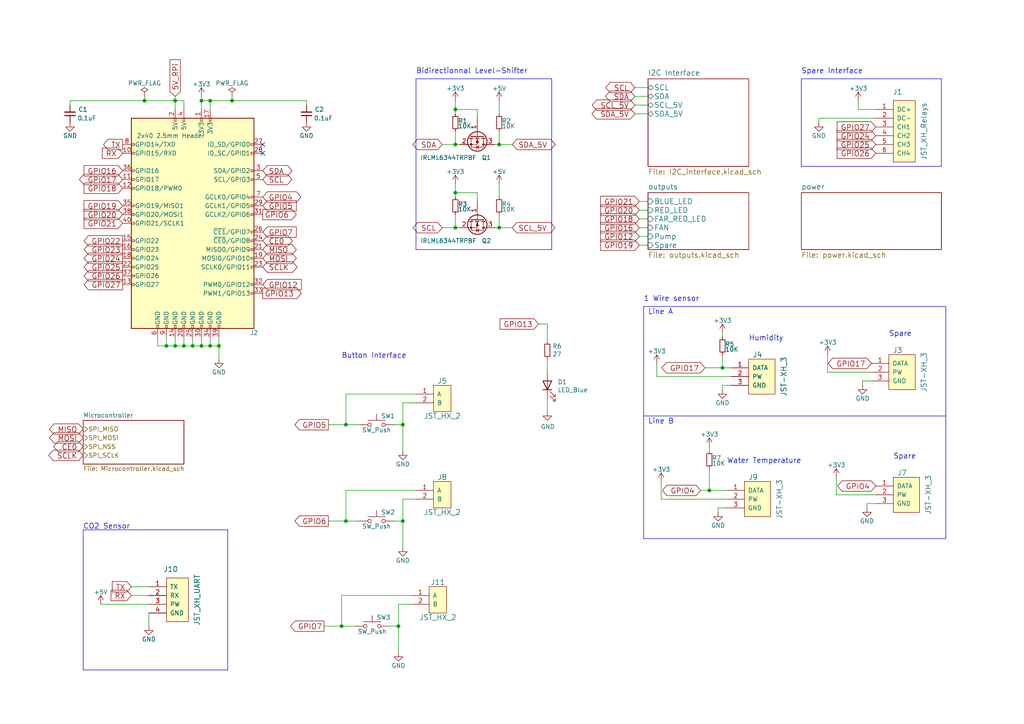
<source format=kicad_sch>
(kicad_sch (version 20230121) (generator eeschema)
  (paper "A4")
  (lib_symbols
    (symbol "Astroplant_VFR-rescue:+3.3V-power" (power) (pin_names (offset 0))
      (property "Value" "+3.3V-power" (at 0 3.556 0))
      (symbol "+3.3V-power_1_1"
        (pin power_in line (at 0 0 90) (length 0) hide (name "+3V3") (number "1"))
      )
    )
    (symbol "Astroplant_VFR-rescue:GND-Astroplant_VFR-rescue-Astroplant_VFR-rescue" (power) (pin_names (offset 0))
      (property "Value" "GND-Astroplant_VFR-rescue-Astroplant_VFR-rescue" (at 0 -3.81 0))
      (symbol "GND-Astroplant_VFR-rescue-Astroplant_VFR-rescue_1_1"
        (pin power_in line (at 0 0 270) (length 0) hide (name "GND") (number "1"))
      )
    )
    (symbol "Astroplant_VFR-rescue:IRLML6344-AstroPlant" (pin_names (offset 0) hide)
      (property "Reference" "Q" (at 5.08 1.27 0))
      (property "Value" "AstroPlant:IRLML6344" (at 5.08 -1.27 0))
      (symbol "IRLML6344-AstroPlant_1_1"
        (pin input line (at -5.08 0 0) (length 5.08) (name "G") (number "1"))
        (pin passive line (at 2.54 -5.08 90) (length 2.54) (name "S") (number "2"))
        (pin passive line (at 2.54 5.08 270) (length 2.54) (name "D") (number "3"))
      )
    )
    (symbol "Astroplant_VFR-rescue:JST-XH_3-JST_connector" (pin_names (offset 1.016))
      (property "Reference" "J" (at -5.08 6.35 0))
      (property "Value" "JST_connector:JST-XH_3" (at 2.54 0 90))
      (symbol "JST-XH_3-JST_connector_1_1"
        (pin bidirectional line (at -12.7 2.54 0) (length 5.08) (name "DATA") (number "1"))
        (pin input line (at -12.7 0 0) (length 5.08) (name "PW") (number "2"))
        (pin input line (at -12.7 -2.54 0) (length 5.08) (name "GND") (number "3"))
      )
    )
    (symbol "Astroplant_VFR-rescue:JST_HX_2-JST_connector" (pin_names (offset 1.016))
      (property "Reference" "J" (at 0 6.35 0))
      (property "Value" "JST_connector:JST_HX_2" (at 0 -3.81 0))
      (symbol "JST_HX_2-JST_connector_1_1"
        (pin passive line (at -7.62 2.54 0) (length 5.08) (name "A") (number "1"))
        (pin passive line (at -7.62 0 0) (length 5.08) (name "B") (number "2"))
      )
    )
    (symbol "Astroplant_VFR-rescue:JST_XH_Relays-JST_connector" (pin_names (offset 1.016))
      (property "Reference" "J" (at -2.54 11.43 0))
      (property "Value" "JST_connector:JST_XH_Relays" (at 5.08 0 90))
      (symbol "JST_XH_Relays-JST_connector_1_1"
        (pin power_in line (at -8.89 6.35 0) (length 5.08) (name "DC+") (number "1"))
        (pin power_in line (at -8.89 3.81 0) (length 5.08) (name "DC-") (number "2"))
        (pin input line (at -8.89 1.27 0) (length 5.08) (name "CH1") (number "3"))
        (pin input line (at -8.89 -1.27 0) (length 5.08) (name "CH2") (number "4"))
        (pin input line (at -8.89 -3.81 0) (length 5.08) (name "CH3") (number "5"))
        (pin input line (at -8.89 -6.35 0) (length 5.08) (name "CH4") (number "6"))
      )
    )
    (symbol "Astroplant_VFR-rescue:JST_XH_UART-JST_connector" (pin_names (offset 1.016))
      (property "Reference" "J" (at -2.54 10.16 0))
      (property "Value" "JST_connector:JST_XH_UART" (at 5.08 1.27 90))
      (symbol "JST_XH_UART-JST_connector_1_1"
        (pin input line (at -8.89 5.08 0) (length 5.08) (name "TX") (number "1"))
        (pin input line (at -8.89 2.54 0) (length 5.08) (name "RX") (number "2"))
        (pin input line (at -8.89 0 0) (length 5.08) (name "PW") (number "3"))
        (pin input line (at -8.89 -2.54 0) (length 5.08) (name "GND") (number "4"))
      )
    )
    (symbol "Astroplant_VFR-rescue:SW_Push-Astroplant_VFR-rescue-Astroplant_VFR-rescue" (pin_numbers hide) (pin_names (offset 1.016) hide)
      (property "Reference" "SW" (at 1.27 2.54 0))
      (property "Value" "Astroplant_VFR-rescue:SW_Push-Astroplant_VFR-rescue" (at 0 -1.524 0))
      (symbol "SW_Push-Astroplant_VFR-rescue-Astroplant_VFR-rescue_0_1"
        (pin passive line (at -5.08 0 0) (length 2.54) (name "1") (number "1"))
        (pin passive line (at 5.08 0 180) (length 2.54) (name "2") (number "2"))
      )
    )
    (symbol "Connector:Raspberry_Pi_2_3" (pin_names (offset 1.016))
      (property "Reference" "J" (at -17.78 31.75 0))
      (property "Value" "Raspberry_Pi_2_3" (at 10.16 -31.75 0))
      (symbol "Raspberry_Pi_2_3_1_1"
        (pin power_in line (at 2.54 33.02 270) (length 2.54) (name "3V3") (number "1"))
        (pin bidirectional line (at -20.32 20.32 0) (length 2.54) (name "GPIO15/RXD") (number "10"))
        (pin bidirectional line (at -20.32 12.7 0) (length 2.54) (name "GPIO17") (number "11"))
        (pin bidirectional line (at -20.32 10.16 0) (length 2.54) (name "GPIO18/PWM0") (number "12"))
        (pin bidirectional line (at -20.32 -17.78 0) (length 2.54) (name "GPIO27") (number "13"))
        (pin power_in line (at -5.08 -33.02 90) (length 2.54) (name "GND") (number "14"))
        (pin bidirectional line (at -20.32 -5.08 0) (length 2.54) (name "GPIO22") (number "15"))
        (pin bidirectional line (at -20.32 -7.62 0) (length 2.54) (name "GPIO23") (number "16"))
        (pin power_in line (at 5.08 33.02 270) (length 2.54) (name "3V3") (number "17"))
        (pin bidirectional line (at -20.32 -10.16 0) (length 2.54) (name "GPIO24") (number "18"))
        (pin bidirectional line (at 20.32 -10.16 180) (length 2.54) (name "MOSI0/GPIO10") (number "19"))
        (pin power_in line (at -5.08 33.02 270) (length 2.54) (name "5V") (number "2"))
        (pin power_in line (at -2.54 -33.02 90) (length 2.54) (name "GND") (number "20"))
        (pin bidirectional line (at 20.32 -7.62 180) (length 2.54) (name "MISO0/GPIO9") (number "21"))
        (pin bidirectional line (at -20.32 -12.7 0) (length 2.54) (name "GPIO25") (number "22"))
        (pin bidirectional line (at 20.32 -12.7 180) (length 2.54) (name "SCLK0/GPIO11") (number "23"))
        (pin bidirectional line (at 20.32 -5.08 180) (length 2.54) (name "~{CE0}/GPIO8") (number "24"))
        (pin power_in line (at 0 -33.02 90) (length 2.54) (name "GND") (number "25"))
        (pin bidirectional line (at 20.32 -2.54 180) (length 2.54) (name "~{CE1}/GPIO7") (number "26"))
        (pin bidirectional line (at 20.32 22.86 180) (length 2.54) (name "ID_SD/GPIO0") (number "27"))
        (pin bidirectional line (at 20.32 20.32 180) (length 2.54) (name "ID_SC/GPIO1") (number "28"))
        (pin bidirectional line (at 20.32 5.08 180) (length 2.54) (name "GCLK1/GPIO5") (number "29"))
        (pin bidirectional line (at 20.32 15.24 180) (length 2.54) (name "SDA/GPIO2") (number "3"))
        (pin power_in line (at 2.54 -33.02 90) (length 2.54) (name "GND") (number "30"))
        (pin bidirectional line (at 20.32 2.54 180) (length 2.54) (name "GCLK2/GPIO6") (number "31"))
        (pin bidirectional line (at 20.32 -17.78 180) (length 2.54) (name "PWM0/GPIO12") (number "32"))
        (pin bidirectional line (at 20.32 -20.32 180) (length 2.54) (name "PWM1/GPIO13") (number "33"))
        (pin power_in line (at 5.08 -33.02 90) (length 2.54) (name "GND") (number "34"))
        (pin bidirectional line (at -20.32 5.08 0) (length 2.54) (name "GPIO19/MISO1") (number "35"))
        (pin bidirectional line (at -20.32 15.24 0) (length 2.54) (name "GPIO16") (number "36"))
        (pin bidirectional line (at -20.32 -15.24 0) (length 2.54) (name "GPIO26") (number "37"))
        (pin bidirectional line (at -20.32 2.54 0) (length 2.54) (name "GPIO20/MOSI1") (number "38"))
        (pin power_in line (at 7.62 -33.02 90) (length 2.54) (name "GND") (number "39"))
        (pin power_in line (at -2.54 33.02 270) (length 2.54) (name "5V") (number "4"))
        (pin bidirectional line (at -20.32 0 0) (length 2.54) (name "GPIO21/SCLK1") (number "40"))
        (pin bidirectional line (at 20.32 12.7 180) (length 2.54) (name "SCL/GPIO3") (number "5"))
        (pin power_in line (at -10.16 -33.02 90) (length 2.54) (name "GND") (number "6"))
        (pin bidirectional line (at 20.32 7.62 180) (length 2.54) (name "GCLK0/GPIO4") (number "7"))
        (pin bidirectional line (at -20.32 22.86 0) (length 2.54) (name "GPIO14/TXD") (number "8"))
        (pin power_in line (at -7.62 -33.02 90) (length 2.54) (name "GND") (number "9"))
      )
    )
    (symbol "Device:C_Small" (pin_numbers hide) (pin_names (offset 0.254) hide)
      (property "Reference" "C" (at 0.254 1.778 0))
      (property "Value" "C_Small" (at 0.254 -2.032 0))
      (symbol "C_Small_1_1"
        (pin passive line (at 0 2.54 270) (length 2.032) (name "~") (number "1"))
        (pin passive line (at 0 -2.54 90) (length 2.032) (name "~") (number "2"))
      )
    )
    (symbol "Device:LED" (pin_numbers hide) (pin_names (offset 1.016) hide)
      (property "Reference" "D" (at 0 2.54 0))
      (property "Value" "LED" (at 0 -2.54 0))
      (symbol "LED_1_1"
        (pin passive line (at -3.81 0 0) (length 2.54) (name "K") (number "1"))
        (pin passive line (at 3.81 0 180) (length 2.54) (name "A") (number "2"))
      )
    )
    (symbol "Device:R_Small" (pin_numbers hide) (pin_names (offset 0.254) hide)
      (property "Reference" "R" (at 0.762 0.508 0))
      (property "Value" "R_Small" (at 0.762 -1.016 0))
      (symbol "R_Small_1_1"
        (pin passive line (at 0 2.54 270) (length 0.762) (name "~") (number "1"))
        (pin passive line (at 0 -2.54 90) (length 0.762) (name "~") (number "2"))
      )
    )
    (symbol "power:+5V" (power) (pin_names (offset 0))
      (property "Value" "+5V" (at 0 3.556 0))
      (symbol "+5V_1_1"
        (pin power_in line (at 0 0 90) (length 0) hide (name "+5V") (number "1"))
      )
    )
    (symbol "power:GND" (power) (pin_names (offset 0))
      (property "Value" "GND" (at 0 -3.81 0))
      (symbol "GND_1_1"
        (pin power_in line (at 0 0 270) (length 0) hide (name "GND") (number "1"))
      )
    )
    (symbol "power:PWR_FLAG" (power) (pin_numbers hide) (pin_names (offset 0) hide)
      (property "Value" "PWR_FLAG" (at 0 3.81 0))
      (symbol "PWR_FLAG_0_0"
        (pin power_out line (at 0 0 90) (length 0) (name "pwr") (number "1"))
      )
    )
  )
  (junction (at 48.26 100.33))
  (junction (at 60.96 29.21))
  (junction (at 100.33 151.13))
  (junction (at 116.84 123.19))
  (junction (at 132.08 55.88))
  (junction (at 53.34 100.33))
  (junction (at 205.74 142.24))
  (junction (at 60.96 100.33))
  (junction (at 99.06 181.61))
  (junction (at 58.42 100.33))
  (junction (at 144.78 66.04))
  (junction (at 144.78 41.91))
  (junction (at 63.5 100.33))
  (junction (at 209.55 106.68))
  (junction (at 58.42 29.21))
  (junction (at 41.91 29.21))
  (junction (at 50.8 29.21))
  (junction (at 115.57 181.61))
  (junction (at 50.8 100.33))
  (junction (at 55.88 100.33))
  (junction (at 132.08 41.91))
  (junction (at 132.08 31.75))
  (junction (at 100.33 123.19))
  (junction (at 116.84 151.13))
  (junction (at 67.31 29.21))
  (junction (at 132.08 66.04))
  (no_connect (at 76.2 44.45))
  (no_connect (at 76.2 41.91))
  (wire (pts (xy 114.3 123.19) (xy 116.84 123.19)))
  (wire (pts (xy 63.5 97.79) (xy 63.5 100.33)))
  (wire (pts (xy 50.8 29.21) (xy 50.8 31.75)))
  (wire (pts (xy 116.84 123.19) (xy 116.84 130.81)))
  (wire (pts (xy 132.08 29.21) (xy 132.08 31.75)))
  (wire (pts (xy 119.38 175.26) (xy 115.57 175.26)))
  (wire (pts (xy 58.42 100.33) (xy 58.42 97.79)))
  (wire (pts (xy 128.27 66.04) (xy 132.08 66.04)))
  (wire (pts (xy 100.33 142.24) (xy 100.33 151.13)))
  (wire (pts (xy 100.33 114.3) (xy 100.33 123.19)))
  (wire (pts (xy 204.47 106.68) (xy 209.55 106.68)))
  (wire (pts (xy 43.18 177.8) (xy 43.18 181.61)))
  (wire (pts (xy 50.8 100.33) (xy 53.34 100.33)))
  (wire (pts (xy 41.91 29.21) (xy 20.32 29.21)))
  (wire (pts (xy 132.08 41.91) (xy 133.35 41.91)))
  (wire (pts (xy 184.15 27.94) (xy 187.96 27.94)))
  (wire (pts (xy 209.55 106.68) (xy 212.09 106.68)))
  (wire (pts (xy 144.78 41.91) (xy 144.78 38.1)))
  (wire (pts (xy 132.08 66.04) (xy 133.35 66.04)))
  (wire (pts (xy 113.03 181.61) (xy 115.57 181.61)))
  (wire (pts (xy 184.15 25.4) (xy 187.96 25.4)))
  (polyline (pts (xy 24.13 194.31) (xy 24.13 153.67)))
  (wire (pts (xy 209.55 102.87) (xy 209.55 106.68)))
  (wire (pts (xy 116.84 116.84) (xy 116.84 123.19)))
  (wire (pts (xy 158.75 93.98) (xy 158.75 99.06)))
  (polyline (pts (xy 66.04 153.67) (xy 66.04 194.31)))
  (wire (pts (xy 115.57 181.61) (xy 115.57 189.23)))
  (wire (pts (xy 212.09 111.76) (xy 209.55 111.76)))
  (wire (pts (xy 132.08 38.1) (xy 132.08 41.91)))
  (polyline (pts (xy 186.69 156.21) (xy 274.32 156.21)))
  (wire (pts (xy 158.75 104.14) (xy 158.75 107.95)))
  (wire (pts (xy 132.08 53.34) (xy 132.08 55.88)))
  (wire (pts (xy 41.91 29.21) (xy 41.91 27.94)))
  (wire (pts (xy 95.25 123.19) (xy 100.33 123.19)))
  (wire (pts (xy 60.96 100.33) (xy 63.5 100.33)))
  (wire (pts (xy 251.46 146.05) (xy 251.46 147.32)))
  (wire (pts (xy 210.82 147.32) (xy 208.28 147.32)))
  (polyline (pts (xy 24.13 153.67) (xy 66.04 153.67)))
  (wire (pts (xy 191.77 144.78) (xy 191.77 139.7)))
  (wire (pts (xy 116.84 151.13) (xy 116.84 158.75)))
  (wire (pts (xy 132.08 55.88) (xy 132.08 57.15)))
  (wire (pts (xy 53.34 100.33) (xy 55.88 100.33)))
  (polyline (pts (xy 273.05 22.86) (xy 273.05 48.26)))
  (wire (pts (xy 60.96 31.75) (xy 60.96 29.21)))
  (wire (pts (xy 58.42 27.94) (xy 58.42 29.21)))
  (wire (pts (xy 205.74 142.24) (xy 210.82 142.24)))
  (wire (pts (xy 254 31.75) (xy 248.92 31.75)))
  (wire (pts (xy 45.72 100.33) (xy 48.26 100.33)))
  (wire (pts (xy 138.43 31.75) (xy 138.43 34.29)))
  (wire (pts (xy 67.31 29.21) (xy 67.31 27.94)))
  (wire (pts (xy 242.57 143.51) (xy 242.57 138.43)))
  (wire (pts (xy 50.8 27.94) (xy 50.8 29.21)))
  (wire (pts (xy 132.08 31.75) (xy 132.08 33.02)))
  (wire (pts (xy 93.98 181.61) (xy 99.06 181.61)))
  (wire (pts (xy 203.2 142.24) (xy 205.74 142.24)))
  (wire (pts (xy 100.33 123.19) (xy 104.14 123.19)))
  (wire (pts (xy 29.21 175.26) (xy 43.18 175.26)))
  (wire (pts (xy 144.78 66.04) (xy 148.59 66.04)))
  (wire (pts (xy 58.42 29.21) (xy 58.42 31.75)))
  (polyline (pts (xy 160.02 22.86) (xy 160.02 72.39)))
  (wire (pts (xy 48.26 100.33) (xy 50.8 100.33)))
  (wire (pts (xy 95.25 151.13) (xy 100.33 151.13)))
  (wire (pts (xy 120.65 116.84) (xy 116.84 116.84)))
  (wire (pts (xy 48.26 100.33) (xy 48.26 97.79)))
  (wire (pts (xy 205.74 135.89) (xy 205.74 142.24)))
  (wire (pts (xy 53.34 29.21) (xy 53.34 31.75)))
  (wire (pts (xy 100.33 151.13) (xy 104.14 151.13)))
  (wire (pts (xy 20.32 29.21) (xy 20.32 30.48)))
  (wire (pts (xy 138.43 55.88) (xy 138.43 58.42)))
  (wire (pts (xy 132.08 31.75) (xy 138.43 31.75)))
  (wire (pts (xy 132.08 62.23) (xy 132.08 66.04)))
  (wire (pts (xy 60.96 29.21) (xy 67.31 29.21)))
  (wire (pts (xy 237.49 35.56) (xy 237.49 34.29)))
  (polyline (pts (xy 66.04 194.31) (xy 24.13 194.31)))
  (wire (pts (xy 115.57 175.26) (xy 115.57 181.61)))
  (wire (pts (xy 119.38 172.72) (xy 99.06 172.72)))
  (wire (pts (xy 156.21 93.98) (xy 158.75 93.98)))
  (wire (pts (xy 58.42 29.21) (xy 60.96 29.21)))
  (wire (pts (xy 38.1 172.72) (xy 43.18 172.72)))
  (wire (pts (xy 58.42 100.33) (xy 60.96 100.33)))
  (wire (pts (xy 120.65 142.24) (xy 100.33 142.24)))
  (wire (pts (xy 50.8 100.33) (xy 50.8 97.79)))
  (wire (pts (xy 208.28 147.32) (xy 208.28 148.59)))
  (wire (pts (xy 41.91 29.21) (xy 50.8 29.21)))
  (wire (pts (xy 128.27 41.91) (xy 132.08 41.91)))
  (wire (pts (xy 209.55 96.52) (xy 209.55 97.79)))
  (polyline (pts (xy 274.32 156.21) (xy 274.32 88.9)))
  (wire (pts (xy 252.73 110.49) (xy 250.19 110.49)))
  (wire (pts (xy 99.06 181.61) (xy 102.87 181.61)))
  (wire (pts (xy 132.08 55.88) (xy 138.43 55.88)))
  (wire (pts (xy 185.42 68.58) (xy 187.96 68.58)))
  (polyline (pts (xy 160.02 72.39) (xy 120.65 72.39)))
  (wire (pts (xy 184.15 30.48) (xy 187.96 30.48)))
  (wire (pts (xy 212.09 109.22) (xy 190.5 109.22)))
  (wire (pts (xy 237.49 34.29) (xy 254 34.29)))
  (wire (pts (xy 185.42 58.42) (xy 187.96 58.42)))
  (wire (pts (xy 184.15 33.02) (xy 187.96 33.02)))
  (wire (pts (xy 53.34 100.33) (xy 53.34 97.79)))
  (wire (pts (xy 248.92 31.75) (xy 248.92 29.21)))
  (polyline (pts (xy 273.05 48.26) (xy 232.41 48.26)))
  (wire (pts (xy 63.5 100.33) (xy 63.5 104.14)))
  (wire (pts (xy 144.78 41.91) (xy 148.59 41.91)))
  (wire (pts (xy 185.42 71.12) (xy 187.96 71.12)))
  (polyline (pts (xy 186.69 120.65) (xy 274.32 120.65)))
  (wire (pts (xy 158.75 115.57) (xy 158.75 119.38)))
  (polyline (pts (xy 232.41 22.86) (xy 273.05 22.86)))
  (wire (pts (xy 205.74 130.81) (xy 205.74 129.54)))
  (wire (pts (xy 55.88 100.33) (xy 55.88 97.79)))
  (wire (pts (xy 144.78 53.34) (xy 144.78 57.15)))
  (polyline (pts (xy 120.65 72.39) (xy 120.65 22.86)))
  (wire (pts (xy 185.42 60.96) (xy 187.96 60.96)))
  (wire (pts (xy 45.72 100.33) (xy 45.72 97.79)))
  (wire (pts (xy 250.19 110.49) (xy 250.19 111.76)))
  (wire (pts (xy 240.03 107.95) (xy 240.03 102.87)))
  (wire (pts (xy 144.78 66.04) (xy 144.78 62.23)))
  (wire (pts (xy 143.51 66.04) (xy 144.78 66.04)))
  (wire (pts (xy 67.31 29.21) (xy 88.9 29.21)))
  (wire (pts (xy 50.8 29.21) (xy 53.34 29.21)))
  (wire (pts (xy 120.65 144.78) (xy 116.84 144.78)))
  (polyline (pts (xy 274.32 88.9) (xy 186.69 88.9)))
  (wire (pts (xy 190.5 109.22) (xy 190.5 105.41)))
  (wire (pts (xy 143.51 41.91) (xy 144.78 41.91)))
  (wire (pts (xy 210.82 144.78) (xy 191.77 144.78)))
  (polyline (pts (xy 232.41 48.26) (xy 232.41 22.86)))
  (wire (pts (xy 88.9 29.21) (xy 88.9 30.48)))
  (wire (pts (xy 60.96 100.33) (xy 60.96 97.79)))
  (wire (pts (xy 116.84 144.78) (xy 116.84 151.13)))
  (wire (pts (xy 252.73 107.95) (xy 240.03 107.95)))
  (wire (pts (xy 185.42 63.5) (xy 187.96 63.5)))
  (wire (pts (xy 38.1 170.18) (xy 43.18 170.18)))
  (wire (pts (xy 185.42 66.04) (xy 187.96 66.04)))
  (wire (pts (xy 99.06 172.72) (xy 99.06 181.61)))
  (wire (pts (xy 120.65 114.3) (xy 100.33 114.3)))
  (wire (pts (xy 55.88 100.33) (xy 58.42 100.33)))
  (wire (pts (xy 114.3 151.13) (xy 116.84 151.13)))
  (wire (pts (xy 254 146.05) (xy 251.46 146.05)))
  (wire (pts (xy 254 143.51) (xy 242.57 143.51)))
  (polyline (pts (xy 120.65 22.86) (xy 160.02 22.86)))
  (polyline (pts (xy 186.69 88.9) (xy 186.69 156.21)))
  (wire (pts (xy 209.55 111.76) (xy 209.55 113.03)))
  (wire (pts (xy 144.78 29.21) (xy 144.78 33.02)))
  (text "Button Interface" (at 99.06 104.14 0) (effects (font (size 1.524 1.524)) (justify left bottom)))
  (text "Bidirectionnal Level-Shifter" (at 120.65 21.59 0) (effects (font (size 1.524 1.524)) (justify left bottom)))
  (text "Humidity" (at 217.17 99.06 0) (effects (font (size 1.524 1.524)) (justify left bottom)))
  (text "1 Wire sensor" (at 186.69 87.63 0) (effects (font (size 1.524 1.524)) (justify left bottom)))
  (text "Spare Interface" (at 232.41 21.59 0) (effects (font (size 1.524 1.524)) (justify left bottom)))
  (text "Line B" (at 187.96 123.19 0) (effects (font (size 1.524 1.524)) (justify left bottom)))
  (text "CO2 Sensor" (at 24.13 153.67 0) (effects (font (size 1.524 1.524)) (justify left bottom)))
  (text "Water Temperature" (at 210.82 134.62 0) (effects (font (size 1.524 1.524)) (justify left bottom)))
  (text "Spare" (at 257.81 97.79 0) (effects (font (size 1.524 1.524)) (justify left bottom)))
  (text "Spare" (at 259.08 133.35 0) (effects (font (size 1.524 1.524)) (justify left bottom)))
  (text "Line A" (at 187.96 91.44 0) (effects (font (size 1.524 1.524)) (justify left bottom)))
  (global_label "GPIO23" (shape output) (at 35.56 72.39 180) (effects (font (size 1.524 1.524))) (property "Intersheetrefs" "${INTERSHEET_REFS}" (effects hide)))
  (global_label "5V_RPi" (shape input) (at 50.8 27.94 90) (effects (font (size 1.524 1.524))) (property "Intersheetrefs" "${INTERSHEET_REFS}" (effects hide)))
  (global_label "GPIO26" (shape input) (at 254 44.45 180) (effects (font (size 1.524 1.524))) (property "Intersheetrefs" "${INTERSHEET_REFS}" (effects hide)))
  (global_label "SCL_5V" (shape bidirectional) (at 184.15 30.48 180) (effects (font (size 1.524 1.524))) (property "Intersheetrefs" "${INTERSHEET_REFS}" (effects hide)))
  (global_label "SDA_5V" (shape bidirectional) (at 184.15 33.02 180) (effects (font (size 1.524 1.524))) (property "Intersheetrefs" "${INTERSHEET_REFS}" (effects hide)))
  (global_label "GPIO17" (shape bidirectional) (at 252.73 105.41 180) (effects (font (size 1.524 1.524))) (property "Intersheetrefs" "${INTERSHEET_REFS}" (effects hide)))
  (global_label "GPIO13" (shape input) (at 156.21 93.98 180) (effects (font (size 1.524 1.524))) (property "Intersheetrefs" "${INTERSHEET_REFS}" (effects hide)))
  (global_label "GPIO20" (shape input) (at 35.56 62.23 180) (effects (font (size 1.524 1.524))) (property "Intersheetrefs" "${INTERSHEET_REFS}" (effects hide)))
  (global_label "GPIO4" (shape bidirectional) (at 203.2 142.24 180) (effects (font (size 1.524 1.524))) (property "Intersheetrefs" "${INTERSHEET_REFS}" (effects hide)))
  (global_label "SDA" (shape bidirectional) (at 76.2 49.53 0) (effects (font (size 1.524 1.524))) (property "Intersheetrefs" "${INTERSHEET_REFS}" (effects hide)))
  (global_label "RX" (shape input) (at 38.1 172.72 180) (effects (font (size 1.524 1.524))) (property "Intersheetrefs" "${INTERSHEET_REFS}" (effects hide)))
  (global_label "GPIO17" (shape bidirectional) (at 204.47 106.68 180) (effects (font (size 1.524 1.524))) (property "Intersheetrefs" "${INTERSHEET_REFS}" (effects hide)))
  (global_label "GPIO26" (shape output) (at 35.56 80.01 180) (effects (font (size 1.524 1.524))) (property "Intersheetrefs" "${INTERSHEET_REFS}" (effects hide)))
  (global_label "GPIO5" (shape output) (at 95.25 123.19 180) (effects (font (size 1.524 1.524))) (property "Intersheetrefs" "${INTERSHEET_REFS}" (effects hide)))
  (global_label "TX" (shape input) (at 38.1 170.18 180) (effects (font (size 1.524 1.524))) (property "Intersheetrefs" "${INTERSHEET_REFS}" (effects hide)))
  (global_label "GPIO25" (shape input) (at 254 41.91 180) (effects (font (size 1.524 1.524))) (property "Intersheetrefs" "${INTERSHEET_REFS}" (effects hide)))
  (global_label "GPIO21" (shape input) (at 185.42 58.42 180) (effects (font (size 1.524 1.524))) (property "Intersheetrefs" "${INTERSHEET_REFS}" (effects hide)))
  (global_label "SCL_5V" (shape bidirectional) (at 148.59 66.04 0) (effects (font (size 1.524 1.524))) (property "Intersheetrefs" "${INTERSHEET_REFS}" (effects hide)))
  (global_label "GPIO16" (shape input) (at 185.42 66.04 180) (effects (font (size 1.524 1.524))) (property "Intersheetrefs" "${INTERSHEET_REFS}" (effects hide)))
  (global_label "GPIO6" (shape output) (at 95.25 151.13 180) (effects (font (size 1.524 1.524))) (property "Intersheetrefs" "${INTERSHEET_REFS}" (effects hide)))
  (global_label "MISO" (shape bidirectional) (at 76.2 72.39 0) (effects (font (size 1.524 1.524))) (property "Intersheetrefs" "${INTERSHEET_REFS}" (effects hide)))
  (global_label "GPIO27" (shape input) (at 254 36.83 180) (effects (font (size 1.524 1.524))) (property "Intersheetrefs" "${INTERSHEET_REFS}" (effects hide)))
  (global_label "SCL" (shape bidirectional) (at 76.2 52.07 0) (effects (font (size 1.524 1.524))) (property "Intersheetrefs" "${INTERSHEET_REFS}" (effects hide)))
  (global_label "GPIO24" (shape input) (at 254 39.37 180) (effects (font (size 1.524 1.524))) (property "Intersheetrefs" "${INTERSHEET_REFS}" (effects hide)))
  (global_label "GPIO19" (shape input) (at 35.56 59.69 180) (effects (font (size 1.524 1.524))) (property "Intersheetrefs" "${INTERSHEET_REFS}" (effects hide)))
  (global_label "GPIO12" (shape input) (at 185.42 68.58 180) (effects (font (size 1.524 1.524))) (property "Intersheetrefs" "${INTERSHEET_REFS}" (effects hide)))
  (global_label "CE0" (shape bidirectional) (at 24.13 129.54 180) (effects (font (size 1.524 1.524))) (property "Intersheetrefs" "${INTERSHEET_REFS}" (effects hide)))
  (global_label "TX" (shape output) (at 35.56 41.91 180) (effects (font (size 1.524 1.524))) (property "Intersheetrefs" "${INTERSHEET_REFS}" (effects hide)))
  (global_label "GPIO13" (shape output) (at 76.2 85.09 0) (effects (font (size 1.524 1.524))) (property "Intersheetrefs" "${INTERSHEET_REFS}" (effects hide)))
  (global_label "GPIO17" (shape bidirectional) (at 35.56 52.07 180) (effects (font (size 1.524 1.524))) (property "Intersheetrefs" "${INTERSHEET_REFS}" (effects hide)))
  (global_label "GPIO7" (shape output) (at 93.98 181.61 180) (effects (font (size 1.524 1.524))) (property "Intersheetrefs" "${INTERSHEET_REFS}" (effects hide)))
  (global_label "GPIO12" (shape input) (at 76.2 82.55 0) (effects (font (size 1.524 1.524))) (property "Intersheetrefs" "${INTERSHEET_REFS}" (effects hide)))
  (global_label "CE0" (shape bidirectional) (at 76.2 69.85 0) (effects (font (size 1.524 1.524))) (property "Intersheetrefs" "${INTERSHEET_REFS}" (effects hide)))
  (global_label "GPIO25" (shape output) (at 35.56 77.47 180) (effects (font (size 1.524 1.524))) (property "Intersheetrefs" "${INTERSHEET_REFS}" (effects hide)))
  (global_label "GPIO21" (shape input) (at 35.56 64.77 180) (effects (font (size 1.524 1.524))) (property "Intersheetrefs" "${INTERSHEET_REFS}" (effects hide)))
  (global_label "MOSI" (shape bidirectional) (at 24.13 127 180) (effects (font (size 1.524 1.524))) (property "Intersheetrefs" "${INTERSHEET_REFS}" (effects hide)))
  (global_label "GPIO24" (shape output) (at 35.56 74.93 180) (effects (font (size 1.524 1.524))) (property "Intersheetrefs" "${INTERSHEET_REFS}" (effects hide)))
  (global_label "SCL" (shape bidirectional) (at 128.27 66.04 180) (effects (font (size 1.524 1.524))) (property "Intersheetrefs" "${INTERSHEET_REFS}" (effects hide)))
  (global_label "SDA" (shape bidirectional) (at 184.15 27.94 180) (effects (font (size 1.524 1.524))) (property "Intersheetrefs" "${INTERSHEET_REFS}" (effects hide)))
  (global_label "GPIO7" (shape input) (at 76.2 67.31 0) (effects (font (size 1.524 1.524))) (property "Intersheetrefs" "${INTERSHEET_REFS}" (effects hide)))
  (global_label "RX" (shape input) (at 35.56 44.45 180) (effects (font (size 1.524 1.524))) (property "Intersheetrefs" "${INTERSHEET_REFS}" (effects hide)))
  (global_label "SCLK" (shape bidirectional) (at 76.2 77.47 0) (effects (font (size 1.524 1.524))) (property "Intersheetrefs" "${INTERSHEET_REFS}" (effects hide)))
  (global_label "GPIO16" (shape input) (at 35.56 49.53 180) (effects (font (size 1.524 1.524))) (property "Intersheetrefs" "${INTERSHEET_REFS}" (effects hide)))
  (global_label "SDA_5V" (shape bidirectional) (at 148.59 41.91 0) (effects (font (size 1.524 1.524))) (property "Intersheetrefs" "${INTERSHEET_REFS}" (effects hide)))
  (global_label "GPIO27" (shape output) (at 35.56 82.55 180) (effects (font (size 1.524 1.524))) (property "Intersheetrefs" "${INTERSHEET_REFS}" (effects hide)))
  (global_label "GPIO6" (shape output) (at 76.2 62.23 0) (effects (font (size 1.524 1.524))) (property "Intersheetrefs" "${INTERSHEET_REFS}" (effects hide)))
  (global_label "GPIO18" (shape input) (at 35.56 54.61 180) (effects (font (size 1.524 1.524))) (property "Intersheetrefs" "${INTERSHEET_REFS}" (effects hide)))
  (global_label "GPIO5" (shape input) (at 76.2 59.69 0) (effects (font (size 1.524 1.524))) (property "Intersheetrefs" "${INTERSHEET_REFS}" (effects hide)))
  (global_label "MISO" (shape bidirectional) (at 24.13 124.46 180) (effects (font (size 1.524 1.524))) (property "Intersheetrefs" "${INTERSHEET_REFS}" (effects hide)))
  (global_label "SCL" (shape bidirectional) (at 184.15 25.4 180) (effects (font (size 1.524 1.524))) (property "Intersheetrefs" "${INTERSHEET_REFS}" (effects hide)))
  (global_label "GPIO18" (shape input) (at 185.42 63.5 180) (effects (font (size 1.524 1.524))) (property "Intersheetrefs" "${INTERSHEET_REFS}" (effects hide)))
  (global_label "GPIO4" (shape bidirectional) (at 76.2 57.15 0) (effects (font (size 1.524 1.524))) (property "Intersheetrefs" "${INTERSHEET_REFS}" (effects hide)))
  (global_label "SCLK" (shape bidirectional) (at 24.13 132.08 180) (effects (font (size 1.524 1.524))) (property "Intersheetrefs" "${INTERSHEET_REFS}" (effects hide)))
  (global_label "GPIO19" (shape input) (at 185.42 71.12 180) (effects (font (size 1.524 1.524))) (property "Intersheetrefs" "${INTERSHEET_REFS}" (effects hide)))
  (global_label "GPIO22" (shape output) (at 35.56 69.85 180) (effects (font (size 1.524 1.524))) (property "Intersheetrefs" "${INTERSHEET_REFS}" (effects hide)))
  (global_label "GPIO4" (shape bidirectional) (at 254 140.97 180) (effects (font (size 1.524 1.524))) (property "Intersheetrefs" "${INTERSHEET_REFS}" (effects hide)))
  (global_label "MOSI" (shape bidirectional) (at 76.2 74.93 0) (effects (font (size 1.524 1.524))) (property "Intersheetrefs" "${INTERSHEET_REFS}" (effects hide)))
  (global_label "SDA" (shape bidirectional) (at 128.27 41.91 180) (effects (font (size 1.524 1.524))) (property "Intersheetrefs" "${INTERSHEET_REFS}" (effects hide)))
  (global_label "GPIO20" (shape input) (at 185.42 60.96 180) (effects (font (size 1.524 1.524))) (property "Intersheetrefs" "${INTERSHEET_REFS}" (effects hide)))
  (hierarchical_label "SPI_MISO" (shape output) (at 24.13 124.46 0))
  (hierarchical_label "SPI_SCLK" (shape output) (at 24.13 132.08 0))
  (hierarchical_label "SPI_NSS" (shape output) (at 24.13 129.54 0))
  (hierarchical_label "SPI_MOSI" (shape output) (at 24.13 127 0))
  (symbol (lib_id "Astroplant_VFR-rescue:JST-XH_3-JST_connector") (at 223.52 144.78 0) (unit 1)
    (property "Reference" "J9" (at 218.44 138.43 0) (effects (font (size 1.524 1.524))))
    (property "Value" "JST-XH_3" (at 226.06 144.78 90) (effects (font (size 1.524 1.524))))
    (property "Footprint" "Connector_JST:JST_XH_B03B-XH-A_1x03_P2.50mm_Vertical" (effects hide))
    (property "Datasheet" "http://www.jst-mfg.com/product/pdf/eng/eXH.pdf" (effects hide))
    (property "MPN" "B3B-XH-A(LF)(SN) " (effects hide))
    (property "URL" "https://www.digikey.com/products/en?keywords=B3B-XH-A(LF)(SN)%20" (effects hide))
    (property "Digikey Part Number" "455-2248-ND" (effects hide))
  )
  (symbol (lib_id "power:GND") (at 208.28 148.59 0) (unit 1)
    (property "Reference" "#PWR0101" (effects hide))
    (property "Value" "GND" (at 208.28 152.4 0))
  )
  (symbol (lib_id "Astroplant_VFR-rescue:+3.3V-power") (at 205.74 129.54 0) (unit 1)
    (property "Reference" "#PWR0102" (effects hide))
    (property "Value" "+3.3V" (at 205.74 125.984 0))
  )
  (symbol (lib_id "Astroplant_VFR-rescue:+3.3V-power") (at 58.42 27.94 0) (unit 1)
    (property "Reference" "#PWR0103" (effects hide))
    (property "Value" "+3.3V" (at 58.42 24.384 0))
  )
  (symbol (lib_id "Astroplant_VFR-rescue:JST_XH_UART-JST_connector") (at 52.07 175.26 0) (unit 1)
    (property "Reference" "J10" (at 49.53 165.1 0) (effects (font (size 1.524 1.524))))
    (property "Value" "JST_XH_UART" (at 57.15 173.99 90) (effects (font (size 1.524 1.524))))
    (property "Footprint" "Connector_JST:JST_XH_B04B-XH-A_1x04_P2.50mm_Vertical" (effects hide))
    (property "Datasheet" "http://www.jst-mfg.com/product/pdf/eng/eXH.pdf" (effects hide))
    (property "MPN" "B4B-XH-A(LF)(SN)" (effects hide))
    (property "SPN1" "455-2249-ND" (effects hide))
    (property "URL" "https://www.digikey.com/products/en?mpart=B4B-XH-A%28LF%29%28SN%29&v=455" (effects hide))
    (property "Digikey Part Number" "455-2249-ND" (effects hide))
  )
  (symbol (lib_id "power:+5V") (at 29.21 175.26 0) (unit 1)
    (property "Reference" "#PWR0104" (effects hide))
    (property "Value" "+5V" (at 29.21 171.704 0))
  )
  (symbol (lib_id "power:GND") (at 43.18 181.61 0) (unit 1)
    (property "Reference" "#PWR0105" (effects hide))
    (property "Value" "GND" (at 43.18 185.42 0))
  )
  (symbol (lib_id "Astroplant_VFR-rescue:+3.3V-power") (at 191.77 139.7 0) (unit 1)
    (property "Reference" "#PWR0106" (effects hide))
    (property "Value" "+3.3V" (at 191.77 136.144 0))
  )
  (symbol (lib_id "Astroplant_VFR-rescue:GND-Astroplant_VFR-rescue-Astroplant_VFR-rescue") (at 63.5 104.14 0) (unit 1)
    (property "Reference" "#PWR0110" (effects hide))
    (property "Value" "GND" (at 63.5 107.95 0))
  )
  (symbol (lib_id "Astroplant_VFR-rescue:JST-XH_3-JST_connector") (at 224.79 109.22 0) (unit 1)
    (property "Reference" "J4" (at 219.71 102.87 0) (effects (font (size 1.524 1.524))))
    (property "Value" "JST-XH_3" (at 227.33 109.22 90) (effects (font (size 1.524 1.524))))
    (property "Footprint" "Connector_JST:JST_XH_B03B-XH-A_1x03_P2.50mm_Vertical" (effects hide))
    (property "Datasheet" "http://www.jst-mfg.com/product/pdf/eng/eXH.pdf" (effects hide))
    (property "MPN" "B3B-XH-A(LF)(SN) " (effects hide))
    (property "URL" "https://www.digikey.com/products/en?keywords=B3B-XH-A(LF)(SN)%20" (effects hide))
    (property "Digikey Part Number" "455-2248-ND" (effects hide))
  )
  (symbol (lib_id "power:GND") (at 209.55 113.03 0) (unit 1)
    (property "Reference" "#PWR0107" (effects hide))
    (property "Value" "GND" (at 209.55 116.84 0))
  )
  (symbol (lib_id "Astroplant_VFR-rescue:+3.3V-power") (at 190.5 105.41 0) (unit 1)
    (property "Reference" "#PWR0108" (effects hide))
    (property "Value" "+3.3V" (at 190.5 101.854 0))
  )
  (symbol (lib_id "Astroplant_VFR-rescue:+3.3V-power") (at 209.55 96.52 0) (unit 1)
    (property "Reference" "#PWR0109" (effects hide))
    (property "Value" "+3.3V" (at 209.55 92.964 0))
  )
  (symbol (lib_id "Astroplant_VFR-rescue:JST-XH_3-JST_connector") (at 266.7 143.51 0) (unit 1)
    (property "Reference" "J7" (at 261.62 137.16 0) (effects (font (size 1.524 1.524))))
    (property "Value" "JST-XH_3" (at 269.24 143.51 90) (effects (font (size 1.524 1.524))))
    (property "Footprint" "Connector_JST:JST_XH_B03B-XH-A_1x03_P2.50mm_Vertical" (effects hide))
    (property "Datasheet" "http://www.jst-mfg.com/product/pdf/eng/eXH.pdf" (effects hide))
    (property "MPN" "B3B-XH-A(LF)(SN)" (effects hide))
    (property "URL" "https://www.digikey.com/products/en?keywords=B3B-XH-A(LF)(SN)%20" (effects hide))
    (property "Digikey Part Number" "455-2248-ND" (effects hide))
  )
  (symbol (lib_id "power:GND") (at 251.46 147.32 0) (unit 1)
    (property "Reference" "#PWR0111" (effects hide))
    (property "Value" "GND" (at 251.46 151.13 0))
  )
  (symbol (lib_id "Astroplant_VFR-rescue:+3.3V-power") (at 242.57 138.43 0) (unit 1)
    (property "Reference" "#PWR0112" (effects hide))
    (property "Value" "+3.3V" (at 242.57 134.874 0))
  )
  (symbol (lib_id "Device:R_Small") (at 132.08 35.56 0) (unit 1)
    (property "Reference" "R1" (at 132.842 35.052 0) (effects (justify left)))
    (property "Value" "10K" (at 132.842 36.576 0) (effects (justify left)))
    (property "Footprint" "Resistor_SMD:R_0805_2012Metric" (effects hide))
    (property "Datasheet" "http://www.yageo.com/documents/recent/PYu-RC_Group_51_RoHS_L_8.pdf" (effects hide))
    (property "MPN" "RC0805FR-0710KL" (effects hide))
    (property "Digikey PN" "311-10.0KCRCT-ND" (effects hide))
    (property "URL" "https://www.digikey.com/product-detail/en/yageo/RC0805FR-0710KL/311-10.0KCRCT-ND/730482" (effects hide))
    (property "Digikey Part Number" "311-10.0KCRCT-ND" (effects hide))
  )
  (symbol (lib_id "power:+5V") (at 144.78 29.21 0) (unit 1)
    (property "Reference" "#PWR0113" (effects hide))
    (property "Value" "+5V" (at 144.78 25.654 0))
  )
  (symbol (lib_id "Astroplant_VFR-rescue:+3.3V-power") (at 132.08 29.21 0) (unit 1)
    (property "Reference" "#PWR0114" (effects hide))
    (property "Value" "+3.3V" (at 132.08 25.654 0))
  )
  (symbol (lib_id "power:+5V") (at 144.78 53.34 0) (unit 1)
    (property "Reference" "#PWR0115" (effects hide))
    (property "Value" "+5V" (at 144.78 49.784 0))
  )
  (symbol (lib_id "Astroplant_VFR-rescue:+3.3V-power") (at 132.08 53.34 0) (unit 1)
    (property "Reference" "#PWR0116" (effects hide))
    (property "Value" "+3.3V" (at 132.08 49.784 0))
  )
  (symbol (lib_id "power:PWR_FLAG") (at 67.31 27.94 0) (unit 1)
    (property "Reference" "#FLG0101" (effects hide))
    (property "Value" "PWR_FLAG" (at 67.31 24.13 0))
  )
  (symbol (lib_id "Connector:Raspberry_Pi_2_3") (at 55.88 64.77 0) (unit 1)
    (property "Reference" "J2" (at 73.66 96.52 0))
    (property "Value" "2x40 2.5mm Header" (at 49.53 39.37 0))
    (property "Footprint" "footprints:Pin_Header_Straight_2x20_Pitch2.54mm" (effects hide))
    (property "Datasheet" "http://katalog.we-online.de/em/datasheet/6130xx21121.pdf" (effects hide))
    (property "MPN" "61304021121" (effects hide))
    (property "SPN1" "732-5310-ND" (effects hide))
    (property "URL" "https://www.digikey.com/product-detail/en/wurth-electronics-inc/61304021121/732-5310-ND/4846886" (effects hide))
    (property "Digikey Part Number" "732-5310-ND" (effects hide))
  )
  (symbol (lib_id "power:PWR_FLAG") (at 41.91 27.94 0) (unit 1)
    (property "Reference" "#FLG0102" (effects hide))
    (property "Value" "PWR_FLAG" (at 41.91 24.13 0))
  )
  (symbol (lib_id "Astroplant_VFR-rescue:JST-XH_3-JST_connector") (at 265.43 107.95 0) (unit 1)
    (property "Reference" "J3" (at 260.35 101.6 0) (effects (font (size 1.524 1.524))))
    (property "Value" "JST-XH_3" (at 267.97 107.95 90) (effects (font (size 1.524 1.524))))
    (property "Footprint" "Connector_JST:JST_XH_B03B-XH-A_1x03_P2.50mm_Vertical" (effects hide))
    (property "Datasheet" "http://www.jst-mfg.com/product/pdf/eng/eXH.pdf" (effects hide))
    (property "MPN" "B3B-XH-A(LF)(SN) " (effects hide))
    (property "URL" "https://www.digikey.com/products/en?keywords=B3B-XH-A(LF)(SN)%20" (effects hide))
    (property "Digikey Part Number" "455-2248-ND" (effects hide))
  )
  (symbol (lib_id "power:GND") (at 250.19 111.76 0) (unit 1)
    (property "Reference" "#PWR0117" (effects hide))
    (property "Value" "GND" (at 250.19 115.57 0))
  )
  (symbol (lib_id "Astroplant_VFR-rescue:+3.3V-power") (at 240.03 102.87 0) (unit 1)
    (property "Reference" "#PWR0118" (effects hide))
    (property "Value" "+3.3V" (at 240.03 99.314 0))
  )
  (symbol (lib_id "Astroplant_VFR-rescue:JST_XH_Relays-JST_connector") (at 262.89 38.1 0) (unit 1)
    (property "Reference" "J1" (at 260.35 26.67 0) (effects (font (size 1.524 1.524))))
    (property "Value" "JST_XH_Relays" (at 267.97 38.1 90) (effects (font (size 1.524 1.524))))
    (property "Footprint" "Connector_JST:JST_XH_B06B-XH-A_1x06_P2.50mm_Vertical" (effects hide))
    (property "Datasheet" "http://www.jst-mfg.com/product/pdf/eng/eXH.pdf" (effects hide))
    (property "MPN" "B6B-XH-A(LF)(SN)" (effects hide))
    (property "URL" "https://www.digikey.com/products/en?keywords=B6B-XH-A(LF)(SN)%20" (effects hide))
    (property "Digikey Part Number" "455-2271-ND" (effects hide))
  )
  (symbol (lib_id "Astroplant_VFR-rescue:+3.3V-power") (at 248.92 29.21 0) (unit 1)
    (property "Reference" "#PWR0119" (effects hide))
    (property "Value" "+3.3V" (at 248.92 25.654 0))
  )
  (symbol (lib_id "power:GND") (at 237.49 35.56 0) (unit 1)
    (property "Reference" "#PWR0120" (effects hide))
    (property "Value" "GND" (at 237.49 39.37 0))
  )
  (symbol (lib_id "Device:R_Small") (at 144.78 35.56 0) (unit 1)
    (property "Reference" "R2" (at 145.542 35.052 0) (effects (justify left)))
    (property "Value" "10K" (at 145.542 36.576 0) (effects (justify left)))
    (property "Footprint" "Resistor_SMD:R_0805_2012Metric" (effects hide))
    (property "Datasheet" "http://www.yageo.com/documents/recent/PYu-RC_Group_51_RoHS_L_8.pdf" (effects hide))
    (property "MPN" "RC0805FR-0710KL" (effects hide))
    (property "Digikey PN" "311-10.0KCRCT-ND" (effects hide))
    (property "URL" "https://www.digikey.com/product-detail/en/yageo/RC0805FR-0710KL/311-10.0KCRCT-ND/730482" (effects hide))
    (property "Digikey Part Number" "311-10.0KCRCT-ND" (effects hide))
  )
  (symbol (lib_id "Device:R_Small") (at 144.78 59.69 0) (unit 1)
    (property "Reference" "R4" (at 145.542 59.182 0) (effects (justify left)))
    (property "Value" "10K" (at 145.542 60.706 0) (effects (justify left)))
    (property "Footprint" "Resistor_SMD:R_0805_2012Metric" (effects hide))
    (property "Datasheet" "http://www.yageo.com/documents/recent/PYu-RC_Group_51_RoHS_L_8.pdf" (effects hide))
    (property "MPN" "RC0805FR-0710KL" (effects hide))
    (property "Digikey PN" "311-10.0KCRCT-ND" (effects hide))
    (property "URL" "https://www.digikey.com/product-detail/en/yageo/RC0805FR-0710KL/311-10.0KCRCT-ND/730482" (effects hide))
    (property "Digikey Part Number" "311-10.0KCRCT-ND" (effects hide))
  )
  (symbol (lib_id "Device:R_Small") (at 132.08 59.69 0) (unit 1)
    (property "Reference" "R3" (at 132.842 59.182 0) (effects (justify left)))
    (property "Value" "10K" (at 132.842 60.706 0) (effects (justify left)))
    (property "Footprint" "Resistor_SMD:R_0805_2012Metric" (effects hide))
    (property "Datasheet" "http://www.yageo.com/documents/recent/PYu-RC_Group_51_RoHS_L_8.pdf" (effects hide))
    (property "MPN" "RC0805FR-0710KL" (effects hide))
    (property "Digikey PN" "311-10.0KCRCT-ND" (effects hide))
    (property "URL" "https://www.digikey.com/product-detail/en/yageo/RC0805FR-0710KL/311-10.0KCRCT-ND/730482" (effects hide))
    (property "Digikey Part Number" "311-10.0KCRCT-ND" (effects hide))
  )
  (symbol (lib_id "Device:R_Small") (at 209.55 100.33 0) (unit 1)
    (property "Reference" "R5" (at 210.312 99.822 0) (effects (justify left)))
    (property "Value" "10K" (at 210.312 101.346 0) (effects (justify left)))
    (property "Footprint" "Resistor_SMD:R_0805_2012Metric" (effects hide))
    (property "Datasheet" "http://www.yageo.com/documents/recent/PYu-RC_Group_51_RoHS_L_8.pdf" (effects hide))
    (property "MPN" "RC0805FR-0710KL" (effects hide))
    (property "URL" "https://www.digikey.com/product-detail/en/yageo/RC0805FR-0710KL/311-10.0KCRCT-ND/730482" (effects hide))
    (property "Digikey Part Number" "311-10.0KCRCT-ND" (effects hide))
  )
  (symbol (lib_id "Device:R_Small") (at 205.74 133.35 0) (unit 1)
    (property "Reference" "R7" (at 206.502 132.842 0) (effects (justify left)))
    (property "Value" "10K" (at 206.502 134.366 0) (effects (justify left)))
    (property "Footprint" "Resistor_SMD:R_0805_2012Metric" (effects hide))
    (property "Datasheet" "http://www.yageo.com/documents/recent/PYu-RC_Group_51_RoHS_L_8.pdf" (effects hide))
    (property "MPN" "RC0805FR-0710KL" (effects hide))
    (property "URL" "https://www.digikey.com/product-detail/en/yageo/RC0805FR-0710KL/311-10.0KCRCT-ND/730482" (effects hide))
    (property "Digikey Part Number" "311-10.0KCRCT-ND" (effects hide))
  )
  (symbol (lib_id "power:GND") (at 115.57 189.23 0) (unit 1)
    (property "Reference" "#PWR0123" (effects hide))
    (property "Value" "GND" (at 115.57 193.04 0))
  )
  (symbol (lib_id "Astroplant_VFR-rescue:JST_HX_2-JST_connector") (at 127 175.26 0) (unit 1)
    (property "Reference" "J11" (at 127 168.91 0) (effects (font (size 1.524 1.524))))
    (property "Value" "JST_HX_2" (at 127 179.07 0) (effects (font (size 1.524 1.524))))
    (property "Footprint" "Connector_JST:JST_XH_B02B-XH-A_1x02_P2.50mm_Vertical" (effects hide))
    (property "Datasheet" "http://www.jst-mfg.com/product/pdf/eng/eXH.pdf" (effects hide))
    (property "MPN" "B2B-XH-A(LF)(SN) " (effects hide))
    (property "URL" "https://www.digikey.com/products/en?keywords=%20B2B-XH-A(LF)(SN)%20" (effects hide))
    (property "Digikey Part Number" "455-2247-ND" (effects hide))
  )
  (symbol (lib_id "Astroplant_VFR-rescue:IRLML6344-AstroPlant") (at 138.43 39.37 270) (unit 1)
    (property "Reference" "Q1" (at 139.7 45.72 90) (effects (justify left)))
    (property "Value" "IRLML6344TRPBF" (at 121.92 45.72 90) (effects (justify left)))
    (property "Footprint" "Package_TO_SOT_SMD:SOT-23" (effects hide))
    (property "Datasheet" "https://www.infineon.com/dgdl/irlml6344pbf.pdf?fileId=5546d462533600a4015356689c44262c" (effects hide))
    (property "MPN" "IRLML6344TRPBF" (effects hide))
    (property "URL" "https://www.digikey.com/product-detail/en/infineon-technologies/IRLML6344TRPBF/IRLML6344TRPBFCT-ND/2538168" (effects hide))
    (property "Digikey Part Number" "IRLML6344TRPBFCT-ND" (effects hide))
  )
  (symbol (lib_id "Astroplant_VFR-rescue:IRLML6344-AstroPlant") (at 138.43 63.5 270) (unit 1)
    (property "Reference" "Q2" (at 139.7 69.85 90) (effects (justify left)))
    (property "Value" "IRLML6344TRPBF" (at 121.92 69.85 90) (effects (justify left)))
    (property "Footprint" "Package_TO_SOT_SMD:SOT-23" (effects hide))
    (property "Datasheet" "https://www.infineon.com/dgdl/irlml6344pbf.pdf?fileId=5546d462533600a4015356689c44262c" (effects hide))
    (property "MPN" "IRLML6344TRPBF" (effects hide))
    (property "URL" "https://www.digikey.com/product-detail/en/infineon-technologies/IRLML6344TRPBF/IRLML6344TRPBFCT-ND/2538168" (effects hide))
    (property "Digikey Part Number" "IRLML6344TRPBFCT-ND" (effects hide))
  )
  (symbol (lib_id "power:GND") (at 88.9 35.56 0) (unit 1)
    (property "Reference" "#PWR0124" (effects hide))
    (property "Value" "GND" (at 88.9 39.37 0))
  )
  (symbol (lib_id "power:GND") (at 20.32 35.56 0) (unit 1)
    (property "Reference" "#PWR0125" (effects hide))
    (property "Value" "GND" (at 20.32 39.37 0))
  )
  (symbol (lib_id "Device:C_Small") (at 20.32 33.02 180) (unit 1)
    (property "Reference" "C1" (at 25.4 31.75 0) (effects (justify left)))
    (property "Value" "0.1uF" (at 27.94 34.29 0) (effects (justify left)))
    (property "Footprint" "Capacitor_SMD:C_0805_2012Metric" (effects hide))
    (property "Datasheet" "http://catalogs.avx.com/SurfaceMount.pdf" (effects hide))
    (property "MPN" "08055C104JAT2A " (effects hide))
    (property "SPN1" "478-3352-1-ND" (effects hide))
    (property "URL" "https://www.digikey.com/product-detail/en/avx-corporation/08055C104JAT2A/478-3352-1-ND/930144" (effects hide))
    (property "Digikey Part Number" "478-3352-1-ND" (effects hide))
  )
  (symbol (lib_id "Device:C_Small") (at 88.9 33.02 180) (unit 1)
    (property "Reference" "C2" (at 93.98 31.75 0) (effects (justify left)))
    (property "Value" "0.1uF" (at 96.52 34.29 0) (effects (justify left)))
    (property "Footprint" "Capacitor_SMD:C_0805_2012Metric" (effects hide))
    (property "Datasheet" "http://catalogs.avx.com/SurfaceMount.pdf" (effects hide))
    (property "MPN" "08055C104JAT2A " (effects hide))
    (property "SPN1" "478-3352-1-ND" (effects hide))
    (property "URL" "https://www.digikey.com/product-detail/en/avx-corporation/08055C104JAT2A/478-3352-1-ND/930144" (effects hide))
    (property "Digikey Part Number" "478-3352-1-ND" (effects hide))
  )
  (symbol (lib_id "power:GND") (at 116.84 158.75 0) (unit 1)
    (property "Reference" "#PWR0126" (effects hide))
    (property "Value" "GND" (at 116.84 162.56 0))
  )
  (symbol (lib_id "Astroplant_VFR-rescue:JST_HX_2-JST_connector") (at 128.27 144.78 0) (unit 1)
    (property "Reference" "J8" (at 128.27 138.43 0) (effects (font (size 1.524 1.524))))
    (property "Value" "JST_HX_2" (at 128.27 148.59 0) (effects (font (size 1.524 1.524))))
    (property "Footprint" "Connector_JST:JST_XH_B02B-XH-A_1x02_P2.50mm_Vertical" (effects hide))
    (property "Datasheet" "http://www.jst-mfg.com/product/pdf/eng/eXH.pdf" (effects hide))
    (property "MPN" "B2B-XH-A(LF)(SN) " (effects hide))
    (property "URL" "https://www.digikey.com/products/en?keywords=%20B2B-XH-A(LF)(SN)%20" (effects hide))
    (property "Digikey Part Number" "455-2247-ND" (effects hide))
  )
  (symbol (lib_id "power:GND") (at 116.84 130.81 0) (unit 1)
    (property "Reference" "#PWR0127" (effects hide))
    (property "Value" "GND" (at 116.84 134.62 0))
  )
  (symbol (lib_id "Astroplant_VFR-rescue:SW_Push-Astroplant_VFR-rescue-Astroplant_VFR-rescue") (at 109.22 123.19 0) (unit 1)
    (property "Reference" "SW1" (at 110.49 120.65 0) (effects (justify left)))
    (property "Value" "SW_Push" (at 109.22 124.714 0))
    (property "Footprint" "Button_Switch_THT:SW_PUSH_6mm" (effects hide))
    (property "Datasheet" "https://www.we-online.com/components/products/datasheet/430156043726.pdf" (effects hide))
    (property "MPN" "430156043726" (effects hide))
    (property "URL" "https://nl.mouser.com/ProductDetail/Wurth-Elektronik/430156043726?qs=wr8lucFkNMVvKRpwxYTfow%3D%3D" (effects hide))
    (property "Mouser Part Number" " 710-430156043726 " (effects hide))
  )
  (symbol (lib_id "Astroplant_VFR-rescue:JST_HX_2-JST_connector") (at 128.27 116.84 0) (unit 1)
    (property "Reference" "J5" (at 128.27 110.49 0) (effects (font (size 1.524 1.524))))
    (property "Value" "JST_HX_2" (at 128.27 120.65 0) (effects (font (size 1.524 1.524))))
    (property "Footprint" "Connector_JST:JST_XH_B02B-XH-A_1x02_P2.50mm_Vertical" (effects hide))
    (property "Datasheet" "http://www.jst-mfg.com/product/pdf/eng/eXH.pdf" (effects hide))
    (property "MPN" "B2B-XH-A(LF)(SN) " (effects hide))
    (property "URL" "https://www.digikey.com/products/en?keywords=%20B2B-XH-A(LF)(SN)%20" (effects hide))
    (property "Digikey Part Number" "455-2247-ND" (effects hide))
  )
  (symbol (lib_id "Device:R_Small") (at 158.75 101.6 0) (unit 1)
    (property "Reference" "R6" (at 160.2486 100.4316 0) (effects (justify left)))
    (property "Value" "27" (at 160.2486 102.743 0) (effects (justify left)))
    (property "Footprint" "Resistor_SMD:R_0603_1608Metric" (effects hide))
    (property "Datasheet" "http://www.susumu.co.jp/common/pdf/n_catalog_partition05_en.pdf" (effects hide))
    (property "MPN" "RR0816Q-270-D" (effects hide))
    (property "Digikey PN" "RR08Q27DCT-ND" (effects hide))
  )
  (symbol (lib_id "Device:LED") (at 158.75 111.76 90) (unit 1)
    (property "Reference" "D1" (at 161.7218 110.7948 90) (effects (justify right)))
    (property "Value" "LED_Blue" (at 161.7218 113.1062 90) (effects (justify right)))
    (property "Footprint" "LED_SMD:LED_0603_1608Metric" (effects hide))
    (property "Datasheet" "https://fscdn.rohm.com/en/products/databook/datasheet/opto/led/chip_mono/smlen3bc8tt86-e.pdf" (effects hide))
    (property "MPN" "SMLEN3BC8TT86" (effects hide))
    (property "Mouser PN" " 755-SMLEN3BC8TT86 " (effects hide))
  )
  (symbol (lib_id "power:GND") (at 158.75 119.38 0) (unit 1)
    (property "Reference" "#PWR0128" (effects hide))
    (property "Value" "GND" (at 158.877 123.7742 0))
  )
  (symbol (lib_id "Astroplant_VFR-rescue:SW_Push-Astroplant_VFR-rescue-Astroplant_VFR-rescue") (at 107.95 181.61 0) (unit 1)
    (property "Reference" "SW3" (at 109.22 179.07 0) (effects (justify left)))
    (property "Value" "SW_Push" (at 107.95 183.134 0))
    (property "Footprint" "Button_Switch_THT:SW_PUSH_6mm" (effects hide))
    (property "Datasheet" "https://www.we-online.com/components/products/datasheet/430156043726.pdf" (effects hide))
    (property "MPN" "430156043726" (effects hide))
    (property "URL" "https://nl.mouser.com/ProductDetail/Wurth-Elektronik/430156043726?qs=wr8lucFkNMVvKRpwxYTfow%3D%3D" (effects hide))
    (property "Mouser Part Number" " 710-430156043726 " (effects hide))
  )
  (symbol (lib_id "Astroplant_VFR-rescue:SW_Push-Astroplant_VFR-rescue-Astroplant_VFR-rescue") (at 109.22 151.13 0) (unit 1)
    (property "Reference" "SW2" (at 110.49 148.59 0) (effects (justify left)))
    (property "Value" "SW_Push" (at 109.22 152.654 0))
    (property "Footprint" "Button_Switch_THT:SW_PUSH_6mm" (effects hide))
    (property "Datasheet" "https://www.we-online.com/components/products/datasheet/430156043726.pdf" (effects hide))
    (property "MPN" "430156043726" (effects hide))
    (property "URL" "https://nl.mouser.com/ProductDetail/Wurth-Elektronik/430156043726?qs=wr8lucFkNMVvKRpwxYTfow%3D%3D" (effects hide))
    (property "Mouser Part Number" " 710-430156043726 " (effects hide))
  )
  (sheet (at 187.96 55.88) (size 29.21 16.51)
    (property "Sheetname" "outputs" (at 187.96 55.0414 0) (effects (font (size 1.524 1.524)) (justify left bottom)))
    (property "Sheetfile" "outputs.kicad_sch" (at 187.96 73.0762 0) (effects (font (size 1.524 1.524)) (justify left top)))
    (pin "RED_LED" input (at 187.96 60.96 180) (effects (font (size 1.524 1.524))))
    (pin "BLUE_LED" input (at 187.96 58.42 180) (effects (font (size 1.524 1.524))))
    (pin "FAN" input (at 187.96 66.04 180) (effects (font (size 1.524 1.524))))
    (pin "Spare" input (at 187.96 71.12 180) (effects (font (size 1.524 1.524))))
    (pin "FAR_RED_LED" input (at 187.96 63.5 180) (effects (font (size 1.524 1.524))))
    (pin "Pump" input (at 187.96 68.58 180) (effects (font (size 1.524 1.524))))
  )
  (sheet (at 187.96 22.86) (size 29.21 25.4)
    (property "Sheetname" "I2C Interface" (at 187.96 22.0214 0) (effects (font (size 1.524 1.524)) (justify left bottom)))
    (property "Sheetfile" "I2C_interface.kicad_sch" (at 187.96 48.9462 0) (effects (font (size 1.524 1.524)) (justify left top)))
    (pin "SDA_5V" bidirectional (at 187.96 33.02 180) (effects (font (size 1.524 1.524))))
    (pin "SCL_5V" bidirectional (at 187.96 30.48 180) (effects (font (size 1.524 1.524))))
    (pin "SCL" bidirectional (at 187.96 25.4 180) (effects (font (size 1.524 1.524))))
    (pin "SDA" bidirectional (at 187.96 27.94 180) (effects (font (size 1.524 1.524))))
  )
  (sheet (at 232.41 55.88) (size 40.64 16.51)
    (property "Sheetname" "power" (at 232.41 55.0414 0) (effects (font (size 1.524 1.524)) (justify left bottom)))
    (property "Sheetfile" "power.kicad_sch" (at 232.41 73.0762 0) (effects (font (size 1.524 1.524)) (justify left top)))
  )
  (sheet (at 24.13 121.92) (size 29.21 12.7) (stroke (width 0.1524))
    (property "Sheetname" "Microcontroller" (at 24.13 121.2084 0) (effects (justify left bottom)))
    (property "Sheetfile" "Microcontroller.kicad_sch" (at 24.13 135.2046 0) (effects (justify left top)))
  )
)
</source>
